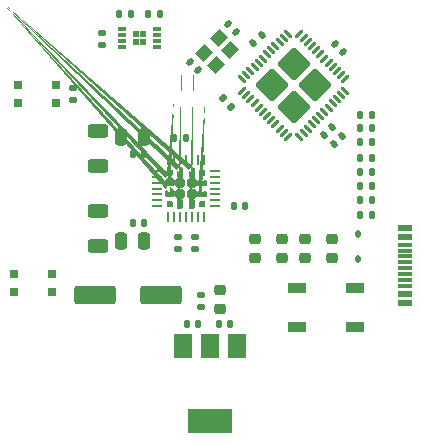
<source format=gbr>
%TF.GenerationSoftware,KiCad,Pcbnew,7.0.6*%
%TF.CreationDate,2024-02-24T16:47:06-05:00*%
%TF.ProjectId,Axis_Basic,41786973-5f42-4617-9369-632e6b696361,rev?*%
%TF.SameCoordinates,Original*%
%TF.FileFunction,Paste,Top*%
%TF.FilePolarity,Positive*%
%FSLAX46Y46*%
G04 Gerber Fmt 4.6, Leading zero omitted, Abs format (unit mm)*
G04 Created by KiCad (PCBNEW 7.0.6) date 2024-02-24 16:47:06*
%MOMM*%
%LPD*%
G01*
G04 APERTURE LIST*
G04 Aperture macros list*
%AMRoundRect*
0 Rectangle with rounded corners*
0 $1 Rounding radius*
0 $2 $3 $4 $5 $6 $7 $8 $9 X,Y pos of 4 corners*
0 Add a 4 corners polygon primitive as box body*
4,1,4,$2,$3,$4,$5,$6,$7,$8,$9,$2,$3,0*
0 Add four circle primitives for the rounded corners*
1,1,$1+$1,$2,$3*
1,1,$1+$1,$4,$5*
1,1,$1+$1,$6,$7*
1,1,$1+$1,$8,$9*
0 Add four rect primitives between the rounded corners*
20,1,$1+$1,$2,$3,$4,$5,0*
20,1,$1+$1,$4,$5,$6,$7,0*
20,1,$1+$1,$6,$7,$8,$9,0*
20,1,$1+$1,$8,$9,$2,$3,0*%
%AMRotRect*
0 Rectangle, with rotation*
0 The origin of the aperture is its center*
0 $1 length*
0 $2 width*
0 $3 Rotation angle, in degrees counterclockwise*
0 Add horizontal line*
21,1,$1,$2,0,0,$3*%
%AMFreePoly0*
4,1,48,0.180784,0.266839,0.197812,0.266839,0.211588,0.256830,0.227783,0.251568,0.237791,0.237791,0.251568,0.227783,0.256830,0.211588,0.266839,0.197812,0.266839,0.180783,0.272101,0.164589,0.272101,-0.075523,0.269420,-0.083774,0.270777,-0.092342,0.259348,-0.114772,0.251568,-0.138717,0.244549,-0.143816,0.240611,-0.151546,0.151545,-0.240611,0.143816,-0.244548,0.138717,-0.251568,
0.114771,-0.259348,0.092342,-0.270777,0.083774,-0.269420,0.075523,-0.272101,-0.164589,-0.272101,-0.180784,-0.266839,-0.197812,-0.266839,-0.211588,-0.256830,-0.227783,-0.251568,-0.237791,-0.237791,-0.251568,-0.227783,-0.256830,-0.211588,-0.266839,-0.197812,-0.266839,-0.180783,-0.272101,-0.164589,-0.272101,0.164589,-0.266839,0.180783,-0.266839,0.197812,-0.256830,0.211588,-0.251568,0.227783,
-0.237791,0.237791,-0.227783,0.251568,-0.211588,0.256830,-0.197812,0.266839,-0.180784,0.266839,-0.164589,0.272101,0.164589,0.272101,0.180784,0.266839,0.180784,0.266839,$1*%
%AMFreePoly1*
4,1,51,0.121446,0.402192,0.123663,0.402787,0.127059,0.401203,0.145390,0.397971,0.159646,0.386008,0.176512,0.378144,0.247132,0.307525,0.250167,0.303189,0.252157,0.302041,0.253439,0.298517,0.264114,0.283273,0.265735,0.264733,0.272101,0.247246,0.272101,-0.247246,0.271181,-0.252459,0.271776,-0.254677,0.270191,-0.258074,0.266960,-0.276402,0.254996,-0.290658,0.247132,-0.307525,
0.176512,-0.378144,0.172177,-0.381179,0.171029,-0.383168,0.167504,-0.384450,0.152260,-0.395125,0.133722,-0.396746,0.116234,-0.403112,-0.186855,-0.403112,-0.197928,-0.401159,-0.201658,-0.401817,-0.204937,-0.399923,-0.216011,-0.397971,-0.232977,-0.383734,-0.252157,-0.372661,-0.254787,-0.365433,-0.260680,-0.360489,-0.264525,-0.338677,-0.272101,-0.317866,-0.272101,0.317866,-0.270148,0.328939,
-0.270806,0.332669,-0.268912,0.335948,-0.266960,0.347022,-0.252723,0.363988,-0.241650,0.383168,-0.234422,0.385798,-0.229478,0.391691,-0.207666,0.395536,-0.186855,0.403112,0.116234,0.403112,0.121446,0.402192,0.121446,0.402192,$1*%
%AMFreePoly2*
4,1,48,0.083774,0.269420,0.092342,0.270777,0.114771,0.259348,0.138717,0.251568,0.143816,0.244548,0.151545,0.240611,0.240611,0.151546,0.244549,0.143816,0.251568,0.138717,0.259348,0.114772,0.270777,0.092342,0.269420,0.083774,0.272101,0.075523,0.272101,-0.164589,0.266839,-0.180783,0.266839,-0.197812,0.256830,-0.211588,0.251568,-0.227783,0.237791,-0.237791,0.227783,-0.251568,
0.211588,-0.256830,0.197812,-0.266839,0.180784,-0.266839,0.164589,-0.272101,-0.164589,-0.272101,-0.180784,-0.266839,-0.197812,-0.266839,-0.211588,-0.256830,-0.227783,-0.251568,-0.237791,-0.237791,-0.251568,-0.227783,-0.256830,-0.211588,-0.266839,-0.197812,-0.266839,-0.180783,-0.272101,-0.164589,-0.272101,0.164589,-0.266839,0.180783,-0.266839,0.197812,-0.256830,0.211588,-0.251568,0.227783,
-0.237791,0.237791,-0.227783,0.251568,-0.211588,0.256830,-0.197812,0.266839,-0.180784,0.266839,-0.164589,0.272101,0.075523,0.272101,0.083774,0.269420,0.083774,0.269420,$1*%
%AMFreePoly3*
4,1,51,0.328939,0.270148,0.332669,0.270806,0.335948,0.268912,0.347022,0.266960,0.363988,0.252723,0.383168,0.241650,0.385798,0.234422,0.391691,0.229478,0.395536,0.207666,0.403112,0.186855,0.403112,-0.116234,0.402192,-0.121446,0.402787,-0.123663,0.401203,-0.127059,0.397971,-0.145390,0.386008,-0.159646,0.378144,-0.176512,0.307524,-0.247133,0.303189,-0.250168,0.302041,-0.252157,
0.298517,-0.253439,0.283273,-0.264114,0.264733,-0.265735,0.247246,-0.272101,-0.247246,-0.272101,-0.252459,-0.271181,-0.254677,-0.271776,-0.258074,-0.270191,-0.276402,-0.266960,-0.290658,-0.254996,-0.307525,-0.247132,-0.378144,-0.176512,-0.381179,-0.172177,-0.383168,-0.171029,-0.384450,-0.167504,-0.395125,-0.152260,-0.396746,-0.133722,-0.403112,-0.116234,-0.403112,0.186855,-0.401159,0.197928,
-0.401817,0.201658,-0.399923,0.204937,-0.397971,0.216011,-0.383734,0.232977,-0.372661,0.252157,-0.365433,0.254787,-0.360489,0.260680,-0.338677,0.264525,-0.317866,0.272101,0.317866,0.272101,0.328939,0.270148,0.328939,0.270148,$1*%
%AMFreePoly4*
4,1,51,0.252458,0.271181,0.254676,0.271776,0.258073,0.270191,0.276402,0.266960,0.290658,0.254997,0.307524,0.247133,0.378144,0.176512,0.381179,0.172177,0.383168,0.171029,0.384450,0.167504,0.395125,0.152260,0.396746,0.133721,0.403112,0.116234,0.403112,-0.186855,0.401159,-0.197928,0.401817,-0.201658,0.399923,-0.204937,0.397971,-0.216011,0.383734,-0.232977,0.372661,-0.252157,
0.365433,-0.254787,0.360489,-0.260680,0.338677,-0.264525,0.317866,-0.272101,-0.317866,-0.272101,-0.328939,-0.270148,-0.332669,-0.270806,-0.335948,-0.268912,-0.347022,-0.266960,-0.363988,-0.252723,-0.383168,-0.241650,-0.385798,-0.234422,-0.391691,-0.229478,-0.395536,-0.207666,-0.403112,-0.186855,-0.403112,0.116234,-0.402192,0.121446,-0.402787,0.123663,-0.401203,0.127059,-0.397971,0.145390,
-0.386008,0.159646,-0.378144,0.176512,-0.307525,0.247132,-0.303189,0.250167,-0.302041,0.252157,-0.298517,0.253439,-0.283273,0.264114,-0.264733,0.265735,-0.247246,0.272101,0.247246,0.272101,0.252458,0.271181,0.252458,0.271181,$1*%
%AMFreePoly5*
4,1,48,0.180784,0.266839,0.197812,0.266839,0.211588,0.256830,0.227783,0.251568,0.237791,0.237791,0.251568,0.227783,0.256830,0.211588,0.266839,0.197812,0.266839,0.180783,0.272101,0.164589,0.272101,-0.164589,0.266839,-0.180783,0.266839,-0.197812,0.256830,-0.211588,0.251568,-0.227783,0.237791,-0.237791,0.227783,-0.251568,0.211588,-0.256830,0.197812,-0.266839,0.180784,-0.266839,
0.164589,-0.272101,-0.075523,-0.272101,-0.083774,-0.269420,-0.092342,-0.270777,-0.114772,-0.259348,-0.138717,-0.251568,-0.143816,-0.244549,-0.151546,-0.240611,-0.240611,-0.151545,-0.244548,-0.143816,-0.251568,-0.138717,-0.259348,-0.114771,-0.270777,-0.092342,-0.269420,-0.083774,-0.272101,-0.075523,-0.272101,0.164589,-0.266839,0.180783,-0.266839,0.197812,-0.256830,0.211588,-0.251568,0.227783,
-0.237791,0.237791,-0.227783,0.251568,-0.211588,0.256830,-0.197812,0.266839,-0.180784,0.266839,-0.164589,0.272101,0.164589,0.272101,0.180784,0.266839,0.180784,0.266839,$1*%
%AMFreePoly6*
4,1,51,0.197928,0.401159,0.201658,0.401817,0.204937,0.399923,0.216011,0.397971,0.232977,0.383734,0.252157,0.372661,0.254787,0.365433,0.260680,0.360489,0.264525,0.338677,0.272101,0.317866,0.272101,-0.317866,0.270148,-0.328939,0.270806,-0.332669,0.268912,-0.335948,0.266960,-0.347022,0.252723,-0.363988,0.241650,-0.383168,0.234422,-0.385798,0.229478,-0.391691,0.207666,-0.395536,
0.186855,-0.403112,-0.116234,-0.403112,-0.121446,-0.402192,-0.123663,-0.402787,-0.127059,-0.401203,-0.145390,-0.397971,-0.159646,-0.386008,-0.176512,-0.378144,-0.247133,-0.307524,-0.250168,-0.303189,-0.252157,-0.302041,-0.253439,-0.298517,-0.264114,-0.283273,-0.265735,-0.264733,-0.272101,-0.247246,-0.272101,0.247246,-0.271181,0.252458,-0.271776,0.254676,-0.270191,0.258073,-0.266960,0.276402,
-0.254997,0.290658,-0.247133,0.307524,-0.176512,0.378144,-0.172177,0.381179,-0.171029,0.383168,-0.167504,0.384450,-0.152260,0.395125,-0.133721,0.396746,-0.116234,0.403112,0.186855,0.403112,0.197928,0.401159,0.197928,0.401159,$1*%
%AMFreePoly7*
4,1,48,0.180784,0.266839,0.197812,0.266839,0.211588,0.256830,0.227783,0.251568,0.237791,0.237791,0.251568,0.227783,0.256830,0.211588,0.266839,0.197812,0.266839,0.180783,0.272101,0.164589,0.272101,-0.164589,0.266839,-0.180783,0.266839,-0.197812,0.256830,-0.211588,0.251568,-0.227783,0.237791,-0.237791,0.227783,-0.251568,0.211588,-0.256830,0.197812,-0.266839,0.180784,-0.266839,
0.164589,-0.272101,-0.164589,-0.272101,-0.180784,-0.266839,-0.197812,-0.266839,-0.211588,-0.256830,-0.227783,-0.251568,-0.237791,-0.237791,-0.251568,-0.227783,-0.256830,-0.211588,-0.266839,-0.197812,-0.266839,-0.180783,-0.272101,-0.164589,-0.272101,0.075523,-0.269420,0.083774,-0.270777,0.092342,-0.259348,0.114771,-0.251568,0.138717,-0.244548,0.143816,-0.240611,0.151545,-0.151546,0.240611,
-0.143816,0.244549,-0.138717,0.251568,-0.114772,0.259348,-0.092342,0.270777,-0.083774,0.269420,-0.075523,0.272101,0.164589,0.272101,0.180784,0.266839,0.180784,0.266839,$1*%
G04 Aperture macros list end*
%ADD10RotRect,1.150000X1.000000X45.000000*%
%ADD11RoundRect,0.140000X-0.219203X-0.021213X-0.021213X-0.219203X0.219203X0.021213X0.021213X0.219203X0*%
%ADD12RoundRect,0.140000X0.021213X-0.219203X0.219203X-0.021213X-0.021213X0.219203X-0.219203X0.021213X0*%
%ADD13RoundRect,0.140000X-0.021213X0.219203X-0.219203X0.021213X0.021213X-0.219203X0.219203X-0.021213X0*%
%ADD14RoundRect,0.140000X-0.140000X-0.170000X0.140000X-0.170000X0.140000X0.170000X-0.140000X0.170000X0*%
%ADD15RoundRect,0.062500X-0.220971X0.309359X-0.309359X0.220971X0.220971X-0.309359X0.309359X-0.220971X0*%
%ADD16RoundRect,0.062500X0.220971X0.309359X-0.309359X-0.220971X-0.220971X-0.309359X0.309359X0.220971X0*%
%ADD17RoundRect,0.249999X0.000000X1.117230X-1.117230X0.000000X0.000000X-1.117230X1.117230X0.000000X0*%
%ADD18RoundRect,0.140000X0.170000X-0.140000X0.170000X0.140000X-0.170000X0.140000X-0.170000X-0.140000X0*%
%ADD19RoundRect,0.250000X1.500000X0.550000X-1.500000X0.550000X-1.500000X-0.550000X1.500000X-0.550000X0*%
%ADD20RoundRect,0.135000X-0.135000X-0.185000X0.135000X-0.185000X0.135000X0.185000X-0.135000X0.185000X0*%
%ADD21RoundRect,0.135000X-0.185000X0.135000X-0.185000X-0.135000X0.185000X-0.135000X0.185000X0.135000X0*%
%ADD22RoundRect,0.218750X-0.256250X0.218750X-0.256250X-0.218750X0.256250X-0.218750X0.256250X0.218750X0*%
%ADD23RoundRect,0.135000X0.185000X-0.135000X0.185000X0.135000X-0.185000X0.135000X-0.185000X-0.135000X0*%
%ADD24RoundRect,0.250000X0.625000X-0.312500X0.625000X0.312500X-0.625000X0.312500X-0.625000X-0.312500X0*%
%ADD25RoundRect,0.250000X0.250000X0.475000X-0.250000X0.475000X-0.250000X-0.475000X0.250000X-0.475000X0*%
%ADD26FreePoly0,90.000000*%
%ADD27FreePoly1,90.000000*%
%ADD28FreePoly2,90.000000*%
%ADD29FreePoly3,90.000000*%
%ADD30RoundRect,0.201557X0.201556X-0.201556X0.201556X0.201556X-0.201556X0.201556X-0.201556X-0.201556X0*%
%ADD31FreePoly4,90.000000*%
%ADD32FreePoly5,90.000000*%
%ADD33FreePoly6,90.000000*%
%ADD34FreePoly7,90.000000*%
%ADD35RoundRect,0.062500X0.062500X-0.337500X0.062500X0.337500X-0.062500X0.337500X-0.062500X-0.337500X0*%
%ADD36RoundRect,0.062500X0.337500X-0.062500X0.337500X0.062500X-0.337500X0.062500X-0.337500X-0.062500X0*%
%ADD37RoundRect,0.135000X0.135000X0.185000X-0.135000X0.185000X-0.135000X-0.185000X0.135000X-0.185000X0*%
%ADD38RoundRect,0.140000X0.140000X0.170000X-0.140000X0.170000X-0.140000X-0.170000X0.140000X-0.170000X0*%
%ADD39R,0.700000X0.750000*%
%ADD40R,1.500000X0.900000*%
%ADD41RoundRect,0.112500X0.112500X-0.187500X0.112500X0.187500X-0.112500X0.187500X-0.112500X-0.187500X0*%
%ADD42R,0.500000X0.600000*%
%ADD43R,0.750000X0.300000*%
%ADD44R,1.500000X2.000000*%
%ADD45R,3.800000X2.000000*%
%ADD46RoundRect,0.135000X-0.226274X-0.035355X-0.035355X-0.226274X0.226274X0.035355X0.035355X0.226274X0*%
%ADD47RoundRect,0.250000X-0.625000X0.312500X-0.625000X-0.312500X0.625000X-0.312500X0.625000X0.312500X0*%
%ADD48R,1.240000X0.600000*%
%ADD49R,1.240000X0.300000*%
G04 APERTURE END LIST*
D10*
%TO.C,Y1*%
X148476256Y-89513693D03*
X149713693Y-88276256D03*
X148723744Y-87286307D03*
X147486307Y-88523744D03*
%TD*%
D11*
%TO.C,C18*%
X146260589Y-89260589D03*
X146939411Y-89939411D03*
%TD*%
%TO.C,C17*%
X149500000Y-86100000D03*
X150178822Y-86778822D03*
%TD*%
D12*
%TO.C,C16*%
X158339411Y-94760589D03*
X157660589Y-95439411D03*
%TD*%
D13*
%TO.C,C15*%
X152339411Y-86960589D03*
X151660589Y-87639411D03*
%TD*%
D12*
%TO.C,C14*%
X159139411Y-95560589D03*
X158460589Y-96239411D03*
%TD*%
D14*
%TO.C,C13*%
X160720000Y-94900000D03*
X161680000Y-94900000D03*
%TD*%
D11*
%TO.C,C12*%
X158560589Y-87760589D03*
X159239411Y-88439411D03*
%TD*%
D15*
%TO.C,U3*%
X159437723Y-91736136D03*
X159084170Y-92089689D03*
X158730616Y-92443243D03*
X158377063Y-92796796D03*
X158023510Y-93150349D03*
X157669956Y-93503903D03*
X157316403Y-93857456D03*
X156962849Y-94211010D03*
X156609296Y-94564563D03*
X156255743Y-94918116D03*
X155902189Y-95271670D03*
X155548636Y-95625223D03*
D16*
X154576364Y-95625223D03*
X154222811Y-95271670D03*
X153869257Y-94918116D03*
X153515704Y-94564563D03*
X153162151Y-94211010D03*
X152808597Y-93857456D03*
X152455044Y-93503903D03*
X152101490Y-93150349D03*
X151747937Y-92796796D03*
X151394384Y-92443243D03*
X151040830Y-92089689D03*
X150687277Y-91736136D03*
D15*
X150687277Y-90763864D03*
X151040830Y-90410311D03*
X151394384Y-90056757D03*
X151747937Y-89703204D03*
X152101490Y-89349651D03*
X152455044Y-88996097D03*
X152808597Y-88642544D03*
X153162151Y-88288990D03*
X153515704Y-87935437D03*
X153869257Y-87581884D03*
X154222811Y-87228330D03*
X154576364Y-86874777D03*
D16*
X155548636Y-86874777D03*
X155902189Y-87228330D03*
X156255743Y-87581884D03*
X156609296Y-87935437D03*
X156962849Y-88288990D03*
X157316403Y-88642544D03*
X157669956Y-88996097D03*
X158023510Y-89349651D03*
X158377063Y-89703204D03*
X158730616Y-90056757D03*
X159084170Y-90410311D03*
X159437723Y-90763864D03*
D17*
X155062500Y-93074335D03*
X156886835Y-91250000D03*
X153238165Y-91250000D03*
X155062500Y-89425665D03*
%TD*%
D18*
%TO.C,C4*%
X145300000Y-105080000D03*
X145300000Y-104120000D03*
%TD*%
D19*
%TO.C,C11*%
X143800000Y-109000000D03*
X138200000Y-109000000D03*
%TD*%
D18*
%TO.C,C6*%
X146700000Y-105080000D03*
X146700000Y-104120000D03*
%TD*%
D14*
%TO.C,C3*%
X160720000Y-97400000D03*
X161680000Y-97400000D03*
%TD*%
D20*
%TO.C,R6*%
X161710000Y-96100000D03*
X160690000Y-96100000D03*
%TD*%
D21*
%TO.C,R10*%
X147200000Y-108990000D03*
X147200000Y-110010000D03*
%TD*%
D14*
%TO.C,C1*%
X146040000Y-111500000D03*
X147000000Y-111500000D03*
%TD*%
D22*
%TO.C,D4*%
X158300000Y-104312500D03*
X158300000Y-105887500D03*
%TD*%
D23*
%TO.C,R11*%
X138800000Y-87810000D03*
X138800000Y-86790000D03*
%TD*%
D22*
%TO.C,D5*%
X148800000Y-108612500D03*
X148800000Y-110187500D03*
%TD*%
D14*
%TO.C,C5*%
X150020000Y-101500000D03*
X150980000Y-101500000D03*
%TD*%
D24*
%TO.C,R15*%
X138500000Y-98062500D03*
X138500000Y-95137500D03*
%TD*%
D20*
%TO.C,R4*%
X160690000Y-93800000D03*
X161710000Y-93800000D03*
%TD*%
D25*
%TO.C,C9*%
X142350000Y-95600000D03*
X140450000Y-95600000D03*
%TD*%
D20*
%TO.C,R5*%
X160690000Y-98600000D03*
X161710000Y-98600000D03*
%TD*%
D26*
%TO.C,U4*%
X144612500Y-101337500D03*
D27*
X145450000Y-101337500D03*
X146450000Y-101337500D03*
D28*
X147287500Y-101337500D03*
D29*
X144612500Y-100500000D03*
D30*
X145450000Y-100500000D03*
X146450000Y-100500000D03*
D31*
X147287500Y-100500000D03*
D29*
X144612500Y-99500000D03*
D30*
X145450000Y-99500000D03*
X146450000Y-99500000D03*
D31*
X147287500Y-99500000D03*
D32*
X144612500Y-98662500D03*
D33*
X145450000Y-98662500D03*
X146450000Y-98662500D03*
D34*
X147287500Y-98662500D03*
D35*
X144450000Y-102450000D03*
X144950000Y-102450000D03*
X145450000Y-102450000D03*
X145950000Y-102450000D03*
X146450000Y-102450000D03*
X146950000Y-102450000D03*
X147450000Y-102450000D03*
D36*
X148400000Y-101500000D03*
X148400000Y-101000000D03*
X148400000Y-100500000D03*
X148400000Y-100000000D03*
X148400000Y-99500000D03*
X148400000Y-99000000D03*
X148400000Y-98500000D03*
D35*
X147450000Y-97550000D03*
X146950000Y-97550000D03*
X146450000Y-97550000D03*
X145950000Y-97550000D03*
X145450000Y-97550000D03*
X144950000Y-97550000D03*
X144450000Y-97550000D03*
D36*
X143500000Y-98500000D03*
X143500000Y-99000000D03*
X143500000Y-99500000D03*
X143500000Y-100000000D03*
X143500000Y-100500000D03*
X143500000Y-101000000D03*
X143500000Y-101500000D03*
%TD*%
D37*
%TO.C,R3*%
X161710000Y-101000000D03*
X160690000Y-101000000D03*
%TD*%
D38*
%TO.C,C8*%
X142380000Y-102900000D03*
X141420000Y-102900000D03*
%TD*%
D20*
%TO.C,R12*%
X142690000Y-85200000D03*
X143710000Y-85200000D03*
%TD*%
D22*
%TO.C,D3*%
X154100000Y-104312500D03*
X154100000Y-105887500D03*
%TD*%
D20*
%TO.C,R8*%
X144890000Y-95700000D03*
X145910000Y-95700000D03*
%TD*%
D23*
%TO.C,R9*%
X136400000Y-92510000D03*
X136400000Y-91490000D03*
%TD*%
D20*
%TO.C,R1*%
X160690000Y-102200000D03*
X161710000Y-102200000D03*
%TD*%
D22*
%TO.C,D6*%
X156000000Y-104312500D03*
X156000000Y-105887500D03*
%TD*%
D39*
%TO.C,SW2*%
X134900000Y-92800000D03*
X131700000Y-92800000D03*
X134900000Y-91200000D03*
X131700000Y-91200000D03*
%TD*%
D40*
%TO.C,D7*%
X155350000Y-108450000D03*
X155350000Y-111750000D03*
X160250000Y-111750000D03*
X160250000Y-108450000D03*
%TD*%
D25*
%TO.C,C10*%
X142350000Y-104400000D03*
X140450000Y-104400000D03*
%TD*%
D41*
%TO.C,D1*%
X160500000Y-105950000D03*
X160500000Y-103850000D03*
%TD*%
D39*
%TO.C,SW1*%
X134600000Y-108800000D03*
X131400000Y-108800000D03*
X134600000Y-107200000D03*
X131400000Y-107200000D03*
%TD*%
D42*
%TO.C,U5*%
X141677082Y-86876472D03*
X141677082Y-87626472D03*
X142327082Y-86876472D03*
X142327082Y-87626472D03*
D43*
X140552082Y-86501472D03*
X140552082Y-87001472D03*
X140552082Y-87501472D03*
X140552082Y-88001472D03*
X143452082Y-88001472D03*
X143452082Y-87501472D03*
X143452082Y-87001472D03*
X143452082Y-86501472D03*
%TD*%
D44*
%TO.C,U2*%
X150300000Y-113350000D03*
X148000000Y-113350000D03*
D45*
X148000000Y-119650000D03*
D44*
X145700000Y-113350000D03*
%TD*%
D22*
%TO.C,D2*%
X151800000Y-104312500D03*
X151800000Y-105887500D03*
%TD*%
D14*
%TO.C,C2*%
X148720000Y-111500000D03*
X149680000Y-111500000D03*
%TD*%
D38*
%TO.C,C7*%
X142380000Y-97100000D03*
X141420000Y-97100000D03*
%TD*%
D46*
%TO.C,R7*%
X149039376Y-92339376D03*
X149760624Y-93060624D03*
%TD*%
D37*
%TO.C,R13*%
X141310000Y-85200000D03*
X140290000Y-85200000D03*
%TD*%
D47*
%TO.C,R14*%
X138500000Y-104862500D03*
X138500000Y-101937500D03*
%TD*%
D37*
%TO.C,R2*%
X161710000Y-99800000D03*
X160690000Y-99800000D03*
%TD*%
D48*
%TO.C,J1*%
X164475000Y-109700000D03*
X164475000Y-108900000D03*
D49*
X164475000Y-107750000D03*
X164475000Y-106750000D03*
X164475000Y-106250000D03*
X164475000Y-105250000D03*
D48*
X164475000Y-104100000D03*
X164475000Y-103300000D03*
X164475000Y-103300000D03*
X164475000Y-104100000D03*
D49*
X164475000Y-104750000D03*
X164475000Y-105750000D03*
X164475000Y-107250000D03*
X164475000Y-108250000D03*
D48*
X164475000Y-108900000D03*
X164475000Y-109700000D03*
%TD*%
M02*

</source>
